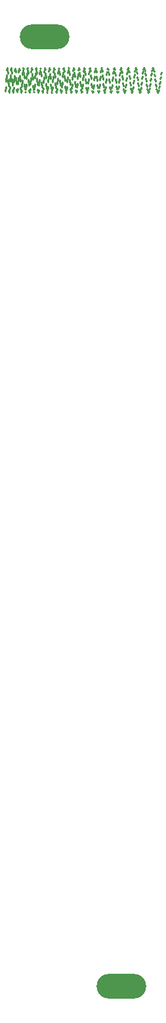
<source format=gtl>
G04 Layer: TopLayer*
G04 EasyEDA v6.5.29, 2023-07-18 11:26:45*
G04 717a18994d7c41279664b680ba610972,5a6b42c53f6a479593ecc07194224c93,10*
G04 Gerber Generator version 0.2*
G04 Scale: 100 percent, Rotated: No, Reflected: No *
G04 Dimensions in millimeters *
G04 leading zeros omitted , absolute positions ,4 integer and 5 decimal *
%FSLAX45Y45*%
%MOMM*%

%ADD10C,0.2540*%
%ADD11O,6.4000126X3.1999936*%

%LPD*%
D10*
X8470Y11925734D02*
G01*
X0Y11868764D01*
X16929Y12085297D02*
G01*
X8470Y11998797D01*
X25400Y12172256D02*
G01*
X16929Y12143780D01*
X33870Y12099373D02*
G01*
X25400Y12157224D01*
X42329Y11940598D02*
G01*
X33870Y12026262D01*
X50800Y11855122D02*
G01*
X42329Y11882884D01*
X59270Y11927692D02*
G01*
X50800Y11870296D01*
X67729Y12085500D02*
G01*
X59270Y12000339D01*
X76200Y12172149D02*
G01*
X67729Y12143458D01*
X84670Y12102716D02*
G01*
X76200Y12158345D01*
X93129Y11946092D02*
G01*
X84670Y12031047D01*
X101600Y11855716D02*
G01*
X93129Y11886938D01*
X110070Y11919143D02*
G01*
X101600Y11866636D01*
X118529Y12074098D02*
G01*
X110070Y11989203D01*
X127000Y12170562D02*
G01*
X118529Y12135302D01*
X135470Y12116140D02*
G01*
X127000Y12164039D01*
X143929Y11963740D02*
G01*
X135470Y12048479D01*
X152400Y11859183D02*
G01*
X143929Y11899844D01*
X160870Y11901474D02*
G01*
X152400Y11859785D01*
X169329Y12049813D02*
G01*
X160870Y11965675D01*
X177800Y12163940D02*
G01*
X169329Y12116749D01*
X186270Y12137039D02*
G01*
X177800Y12170742D01*
X194729Y11995012D02*
G01*
X186270Y12077649D01*
X203200Y11870575D02*
G01*
X194729Y11925089D01*
X211670Y11878840D02*
G01*
X203200Y11855010D01*
X220129Y12011421D02*
G01*
X211670Y11931710D01*
X228600Y12145901D02*
G01*
X220129Y12083765D01*
X237070Y12159345D02*
G01*
X228600Y12171380D01*
X245529Y12040227D02*
G01*
X237070Y12114994D01*
X254000Y11897258D02*
G01*
X245529Y11966668D01*
X262470Y11859567D02*
G01*
X254000Y11861116D01*
X270929Y11960385D02*
G01*
X262470Y11893153D01*
X279400Y12108723D02*
G01*
X270929Y12033224D01*
X287870Y12172231D02*
G01*
X279400Y12155647D01*
X296329Y12095132D02*
G01*
X287870Y12151730D01*
X304800Y11946303D02*
G01*
X296329Y12025703D01*
X313270Y11856920D02*
G01*
X304800Y11889308D01*
X321729Y11904779D02*
G01*
X313270Y11862203D01*
X330200Y12047369D02*
G01*
X321729Y11967375D01*
X338670Y12160554D02*
G01*
X330200Y12112625D01*
X347129Y12146892D02*
G01*
X338670Y12172081D01*
X355600Y12018911D02*
G01*
X347129Y12095101D01*
X364070Y11886704D02*
G01*
X355600Y11948505D01*
X372529Y11862729D02*
G01*
X364070Y11857763D01*
X381000Y11966600D02*
G01*
X372529Y11899552D01*
X389470Y12109978D02*
G01*
X381000Y12037715D01*
X397929Y12172378D02*
G01*
X389470Y12155444D01*
X406400Y12102251D02*
G01*
X397929Y12154352D01*
X414870Y11958706D02*
G01*
X406400Y12036115D01*
X423329Y11860875D02*
G01*
X414870Y11899516D01*
X431800Y11888929D02*
G01*
X423329Y11857347D01*
X440270Y12019061D02*
G01*
X431800Y11943605D01*
X448729Y12144590D02*
G01*
X440270Y12086970D01*
X457200Y12163803D02*
G01*
X448729Y12170514D01*
X465670Y12061924D02*
G01*
X457200Y12127067D01*
X474129Y11921535D02*
G01*
X465670Y11992465D01*
X482600Y11855010D02*
G01*
X474129Y11875127D01*
X491070Y11914682D02*
G01*
X482600Y11868421D01*
X499529Y12052523D02*
G01*
X491070Y11976912D01*
X508000Y12159561D02*
G01*
X499529Y12114212D01*
X516470Y12152274D02*
G01*
X508000Y12172373D01*
X524929Y12037131D02*
G01*
X516470Y12106536D01*
X533400Y11904073D02*
G01*
X524929Y11968726D01*
X541870Y11855734D02*
G01*
X533400Y11865942D01*
X550329Y11928561D02*
G01*
X541870Y11876943D01*
X558800Y12066148D02*
G01*
X550329Y11992503D01*
X567270Y12163686D02*
G01*
X558800Y12123961D01*
X575729Y12147885D02*
G01*
X567270Y12171723D01*
X584200Y12031438D02*
G01*
X575729Y12100458D01*
X592670Y11901995D02*
G01*
X584200Y11964393D01*
X601129Y11855742D02*
G01*
X592670Y11865328D01*
X609600Y11926211D02*
G01*
X601129Y11876354D01*
X618070Y12060775D02*
G01*
X609600Y11988528D01*
X626529Y12160676D02*
G01*
X618070Y12118901D01*
X635000Y12153628D02*
G01*
X626529Y12172360D01*
X643470Y12045528D02*
G01*
X635000Y12110753D01*
X651929Y11914814D02*
G01*
X643470Y11979348D01*
X660400Y11855010D02*
G01*
X651929Y11872851D01*
X668870Y11908048D02*
G01*
X660400Y11866946D01*
X677329Y12035586D02*
G01*
X668870Y11965030D01*
X685800Y12147476D02*
G01*
X677329Y12097184D01*
X694270Y12165705D02*
G01*
X685800Y12170567D01*
X702729Y12078375D02*
G01*
X694270Y12134527D01*
X711200Y11946608D02*
G01*
X702729Y12014906D01*
X719670Y11861185D02*
G01*
X711200Y11894728D01*
X728129Y11880011D02*
G01*
X719670Y11856262D01*
X736600Y11989475D02*
G01*
X728129Y11925028D01*
X745070Y12115012D02*
G01*
X736600Y12053615D01*
X753529Y12172348D02*
G01*
X745070Y12155060D01*
X762000Y12123849D02*
G01*
X753529Y12161763D01*
X770470Y12002515D02*
G01*
X762000Y12070067D01*
X778929Y11888843D02*
G01*
X770470Y11941355D01*
X787400Y11857144D02*
G01*
X778929Y11860461D01*
X795870Y11927347D02*
G01*
X787400Y11879765D01*
X804329Y12053194D02*
G01*
X795870Y11985896D01*
X812800Y12153361D02*
G01*
X804329Y12109691D01*
X821270Y12164113D02*
G01*
X812800Y12171679D01*
X829729Y12079404D02*
G01*
X821270Y12132934D01*
X838200Y11953491D02*
G01*
X829729Y12018845D01*
X846670Y11865625D02*
G01*
X838200Y11901815D01*
X855129Y11870184D02*
G01*
X846670Y11854997D01*
X863600Y11963516D02*
G01*
X855129Y11906831D01*
X872070Y12087461D02*
G01*
X863600Y12024464D01*
X880529Y12166028D02*
G01*
X872070Y12135190D01*
X889000Y12151951D02*
G01*
X880529Y12171634D01*
X897470Y12054563D02*
G01*
X889000Y12112426D01*
X905929Y11932965D02*
G01*
X897470Y11994022D01*
X914400Y11859734D02*
G01*
X905929Y11887702D01*
X922870Y11877725D02*
G01*
X914400Y11856417D01*
X931329Y11975510D02*
G01*
X922870Y11917926D01*
X939800Y12095304D02*
G01*
X931329Y12035332D01*
X948270Y12167481D02*
G01*
X939800Y12139836D01*
X956729Y12150961D02*
G01*
X948270Y12171189D01*
X965200Y12056033D02*
G01*
X956729Y12112096D01*
X973670Y11937349D02*
G01*
X965200Y11997108D01*
X982129Y11862048D02*
G01*
X973670Y11891838D01*
X990600Y11871883D02*
G01*
X982129Y11855363D01*
X999070Y11960547D02*
G01*
X990600Y11907372D01*
X1007529Y12078301D02*
G01*
X999070Y12018167D01*
X1016000Y12160288D02*
G01*
X1007529Y12126180D01*
X1024470Y12162228D02*
G01*
X1016000Y12172398D01*
X1032929Y12083869D02*
G01*
X1024470Y12132358D01*
X1041400Y11968088D02*
G01*
X1032929Y12028500D01*
X1049870Y11876968D02*
G01*
X1041400Y11917045D01*
X1058329Y11858464D02*
G01*
X1049870Y11857273D01*
X1066800Y11921553D02*
G01*
X1058329Y11880161D01*
X1075270Y12032493D02*
G01*
X1066800Y11972894D01*
X1083729Y12133361D02*
G01*
X1075270Y12086536D01*
X1092200Y12172434D02*
G01*
X1083729Y12162259D01*
X1100670Y12130440D02*
G01*
X1092200Y12161677D01*
X1109129Y12029493D02*
G01*
X1100670Y12085899D01*
X1117600Y11920941D02*
G01*
X1109129Y11973948D01*
X1126070Y11858985D02*
G01*
X1117600Y11882264D01*
X1134529Y11873786D02*
G01*
X1126070Y11856176D01*
X1143000Y11957243D02*
G01*
X1134529Y11907850D01*
X1151470Y12067926D02*
G01*
X1143000Y12011141D01*
X1159929Y12152028D02*
G01*
X1151470Y12115335D01*
X1168400Y12169490D02*
G01*
X1159929Y12170222D01*
X1176870Y12112731D02*
G01*
X1168400Y12150097D01*
X1185329Y12009407D02*
G01*
X1176870Y12065360D01*
X1193800Y11908444D02*
G01*
X1185329Y11956602D01*
X1202270Y11856758D02*
G01*
X1193800Y11874878D01*
X1210729Y11877619D02*
G01*
X1202270Y11857725D01*
X1219200Y11960651D02*
G01*
X1210729Y11912282D01*
X1227670Y12067456D02*
G01*
X1219200Y12012866D01*
X1236129Y12149696D02*
G01*
X1227670Y12113468D01*
X1244600Y12170935D02*
G01*
X1236129Y12168987D01*
X1253070Y12122503D02*
G01*
X1244600Y12155263D01*
X1261529Y12026483D02*
G01*
X1253070Y12079170D01*
X1270000Y11925249D02*
G01*
X1261529Y11974723D01*
X1278470Y11862574D02*
G01*
X1270000Y11887565D01*
X1286929Y11864825D02*
G01*
X1278470Y11854972D01*
X1295400Y11930255D02*
G01*
X1286929Y11890176D01*
X1303870Y12030552D02*
G01*
X1295400Y11977471D01*
X1312329Y12123440D02*
G01*
X1303870Y12079622D01*
X1320800Y12170587D02*
G01*
X1312329Y12153986D01*
X1329270Y12153224D02*
G01*
X1320800Y12170290D01*
X1337729Y12079226D02*
G01*
X1329270Y12122584D01*
X1346200Y11979120D02*
G01*
X1337729Y12030999D01*
X1354670Y11893222D02*
G01*
X1346200Y11932833D01*
X1363129Y11855343D02*
G01*
X1354670Y11867212D01*
X1371600Y11879722D02*
G01*
X1363129Y11859585D01*
X1380070Y11956082D02*
G01*
X1371600Y11912173D01*
X1388529Y12054321D02*
G01*
X1380070Y12003844D01*
X1397000Y12136661D02*
G01*
X1388529Y12098919D01*
X1405470Y12172162D02*
G01*
X1397000Y12161230D01*
X1413929Y12148151D02*
G01*
X1405470Y12167735D01*
X1422400Y12074344D02*
G01*
X1413929Y12116760D01*
X1430870Y11978548D02*
G01*
X1422400Y12027923D01*
X1439329Y11895968D02*
G01*
X1430870Y11934253D01*
X1447800Y11856212D02*
G01*
X1439329Y11869793D01*
X1456270Y11872907D02*
G01*
X1447800Y11857299D01*
X1464729Y11939358D02*
G01*
X1456270Y11900481D01*
X1473200Y12031576D02*
G01*
X1464729Y11983374D01*
X1481670Y12117181D02*
G01*
X1473200Y12076478D01*
X1490129Y12166848D02*
G01*
X1481670Y12147481D01*
X1498600Y12164169D02*
G01*
X1490129Y12172411D01*
X1507070Y12110808D02*
G01*
X1498600Y12143463D01*
X1515529Y12025294D02*
G01*
X1507070Y12071139D01*
X1524000Y11936351D02*
G01*
X1515529Y11980075D01*
X1532470Y11873105D02*
G01*
X1524000Y11900481D01*
X1540929Y11855643D02*
G01*
X1532470Y11858091D01*
X1549400Y11888886D02*
G01*
X1540929Y11866003D01*
X1557870Y11961533D02*
G01*
X1549400Y11920946D01*
X1566329Y12050204D02*
G01*
X1557870Y12004885D01*
X1574800Y12127110D02*
G01*
X1566329Y12091174D01*
X1583270Y12168819D02*
G01*
X1574800Y12153117D01*
X1591729Y12163188D02*
G01*
X1583270Y12172162D01*
X1600200Y12112642D02*
G01*
X1591729Y12143204D01*
X1608670Y12032922D02*
G01*
X1600200Y12075660D01*
X1617129Y11947941D02*
G01*
X1608670Y11990115D01*
X1625600Y11882531D02*
G01*
X1617129Y11911906D01*
X1634070Y11855201D02*
G01*
X1625600Y11863555D01*
X1642529Y11873136D02*
G01*
X1634070Y11858444D01*
X1651000Y11930534D02*
G01*
X1642529Y11897314D01*
X1659470Y12010796D02*
G01*
X1651000Y11968571D01*
X1667929Y12091428D02*
G01*
X1659470Y12051946D01*
X1676400Y12150496D02*
G01*
X1667929Y12124420D01*
X1684870Y12172447D02*
G01*
X1676400Y12166549D01*
X1693329Y12152076D02*
G01*
X1684870Y12167567D01*
X1701800Y12095454D02*
G01*
X1693329Y12127905D01*
X1710270Y12017903D02*
G01*
X1701800Y12058606D01*
X1718729Y11939704D02*
G01*
X1710270Y11978091D01*
X1727200Y11880707D02*
G01*
X1718729Y11907118D01*
X1735670Y11855368D02*
G01*
X1727200Y11863412D01*
X1744129Y11869384D02*
G01*
X1735670Y11857398D01*
X1752600Y11918622D02*
G01*
X1744129Y11889902D01*
X1761070Y11990547D02*
G01*
X1752600Y11952325D01*
X1769529Y12067593D02*
G01*
X1761070Y12029132D01*
X1778000Y12131481D02*
G01*
X1769529Y12101829D01*
X1786470Y12167580D02*
G01*
X1778000Y12153460D01*
X1794929Y12168093D02*
G01*
X1786470Y12172447D01*
X1803400Y12133567D02*
G01*
X1794929Y12155060D01*
X1811870Y12072386D02*
G01*
X1803400Y12105891D01*
X1820329Y11998604D02*
G01*
X1811870Y12036493D01*
X1828800Y11928568D02*
G01*
X1820329Y11962513D01*
X1837270Y11877309D02*
G01*
X1828800Y11900093D01*
X1845729Y11855376D02*
G01*
X1837270Y11862381D01*
X1854200Y11866798D02*
G01*
X1845729Y11856877D01*
X1862670Y11908563D02*
G01*
X1854200Y11884106D01*
X1871129Y11971530D02*
G01*
X1862670Y11937806D01*
X1879600Y12042594D02*
G01*
X1871129Y12006567D01*
X1888070Y12107453D02*
G01*
X1879600Y12076305D01*
X1896529Y12153508D02*
G01*
X1888070Y12133237D01*
X1905000Y12172243D02*
G01*
X1896529Y12166526D01*
X1913470Y12160646D02*
G01*
X1905000Y12170252D01*
X1921929Y12121522D02*
G01*
X1913470Y12144336D01*
X1930400Y12062698D02*
G01*
X1921929Y12094225D01*
X1938870Y11995335D02*
G01*
X1930400Y12029653D01*
X1947329Y11931743D02*
G01*
X1938870Y11962637D01*
X1955800Y11883125D02*
G01*
X1947329Y11905200D01*
X1964270Y11857657D02*
G01*
X1955800Y11867268D01*
X1972729Y11859214D02*
G01*
X1964270Y11854990D01*
X1981200Y11886945D02*
G01*
X1972729Y11869910D01*
X1989670Y11935637D02*
G01*
X1981200Y11908917D01*
X1998129Y11996798D02*
G01*
X1989670Y11964987D01*
X2006600Y12060250D02*
G01*
X1998129Y12028599D01*
X2015070Y12115800D02*
G01*
X2006600Y12089345D01*
D11*
G01*
X1498600Y330200D03*
G01*
X508000Y12573000D03*
M02*

</source>
